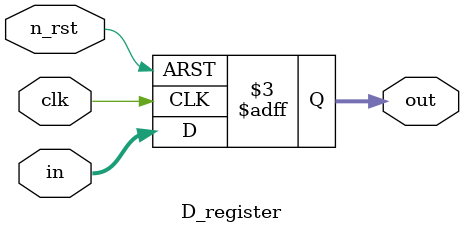
<source format=v>
module D_register (
    input clk,
    input n_rst,
    input [31:0] in,
    output reg [31:0] out
);

    always @(posedge clk or negedge n_rst) begin
        if (!n_rst) begin
            out <= 32'h00000000;
        end
        else begin
            out <= in;
        end
    end

endmodule

</source>
